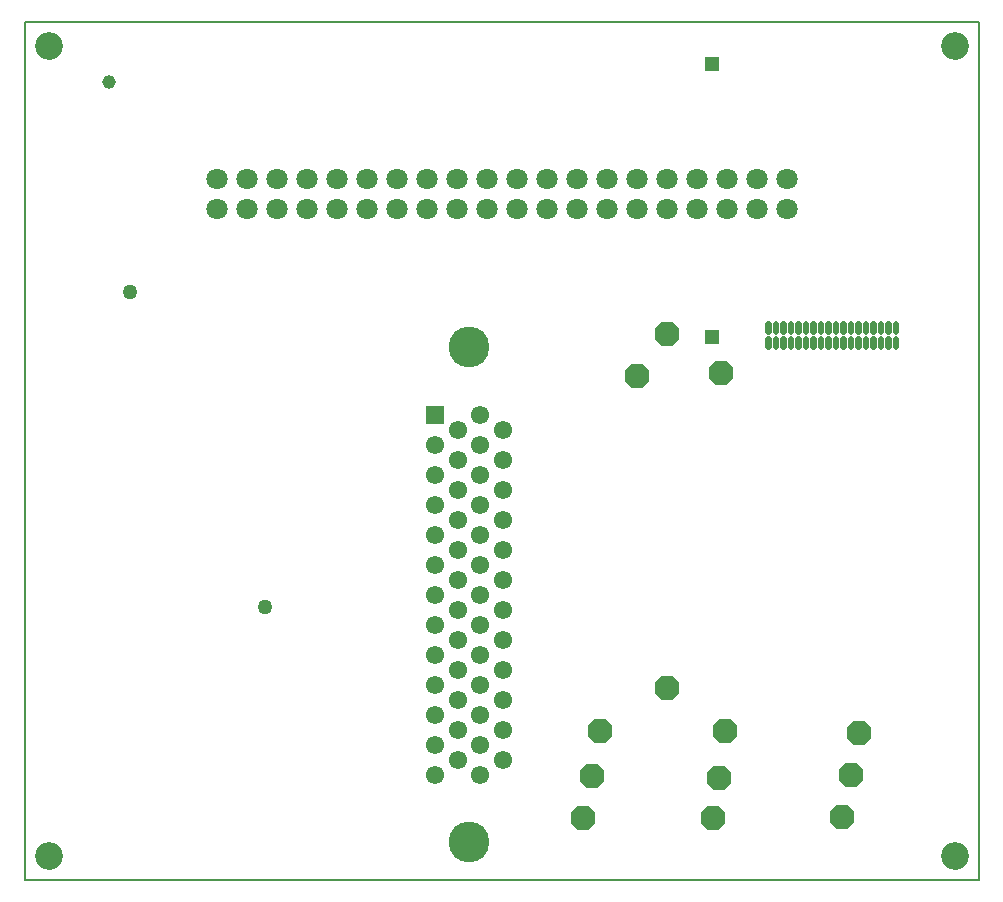
<source format=gts>
G75*
%MOIN*%
%OFA0B0*%
%FSLAX24Y24*%
%IPPOS*%
%LPD*%
%AMOC8*
5,1,8,0,0,1.08239X$1,22.5*
%
%ADD10C,0.0050*%
%ADD11C,0.0000*%
%ADD12C,0.0926*%
%ADD13C,0.0189*%
%ADD14OC8,0.0820*%
%ADD15C,0.0710*%
%ADD16R,0.0611X0.0611*%
%ADD17C,0.0611*%
%ADD18C,0.1359*%
%ADD19C,0.0456*%
%ADD20C,0.0496*%
%ADD21R,0.0456X0.0456*%
D10*
X000350Y000350D02*
X000350Y028950D01*
X032150Y028950D01*
X032150Y000350D01*
X000350Y000350D01*
D11*
X000717Y001150D02*
X000719Y001191D01*
X000725Y001232D01*
X000735Y001272D01*
X000748Y001311D01*
X000765Y001348D01*
X000786Y001384D01*
X000810Y001418D01*
X000837Y001449D01*
X000866Y001477D01*
X000899Y001503D01*
X000933Y001525D01*
X000970Y001544D01*
X001008Y001559D01*
X001048Y001571D01*
X001088Y001579D01*
X001129Y001583D01*
X001171Y001583D01*
X001212Y001579D01*
X001252Y001571D01*
X001292Y001559D01*
X001330Y001544D01*
X001366Y001525D01*
X001401Y001503D01*
X001434Y001477D01*
X001463Y001449D01*
X001490Y001418D01*
X001514Y001384D01*
X001535Y001348D01*
X001552Y001311D01*
X001565Y001272D01*
X001575Y001232D01*
X001581Y001191D01*
X001583Y001150D01*
X001581Y001109D01*
X001575Y001068D01*
X001565Y001028D01*
X001552Y000989D01*
X001535Y000952D01*
X001514Y000916D01*
X001490Y000882D01*
X001463Y000851D01*
X001434Y000823D01*
X001401Y000797D01*
X001367Y000775D01*
X001330Y000756D01*
X001292Y000741D01*
X001252Y000729D01*
X001212Y000721D01*
X001171Y000717D01*
X001129Y000717D01*
X001088Y000721D01*
X001048Y000729D01*
X001008Y000741D01*
X000970Y000756D01*
X000934Y000775D01*
X000899Y000797D01*
X000866Y000823D01*
X000837Y000851D01*
X000810Y000882D01*
X000786Y000916D01*
X000765Y000952D01*
X000748Y000989D01*
X000735Y001028D01*
X000725Y001068D01*
X000719Y001109D01*
X000717Y001150D01*
X000717Y028150D02*
X000719Y028191D01*
X000725Y028232D01*
X000735Y028272D01*
X000748Y028311D01*
X000765Y028348D01*
X000786Y028384D01*
X000810Y028418D01*
X000837Y028449D01*
X000866Y028477D01*
X000899Y028503D01*
X000933Y028525D01*
X000970Y028544D01*
X001008Y028559D01*
X001048Y028571D01*
X001088Y028579D01*
X001129Y028583D01*
X001171Y028583D01*
X001212Y028579D01*
X001252Y028571D01*
X001292Y028559D01*
X001330Y028544D01*
X001366Y028525D01*
X001401Y028503D01*
X001434Y028477D01*
X001463Y028449D01*
X001490Y028418D01*
X001514Y028384D01*
X001535Y028348D01*
X001552Y028311D01*
X001565Y028272D01*
X001575Y028232D01*
X001581Y028191D01*
X001583Y028150D01*
X001581Y028109D01*
X001575Y028068D01*
X001565Y028028D01*
X001552Y027989D01*
X001535Y027952D01*
X001514Y027916D01*
X001490Y027882D01*
X001463Y027851D01*
X001434Y027823D01*
X001401Y027797D01*
X001367Y027775D01*
X001330Y027756D01*
X001292Y027741D01*
X001252Y027729D01*
X001212Y027721D01*
X001171Y027717D01*
X001129Y027717D01*
X001088Y027721D01*
X001048Y027729D01*
X001008Y027741D01*
X000970Y027756D01*
X000934Y027775D01*
X000899Y027797D01*
X000866Y027823D01*
X000837Y027851D01*
X000810Y027882D01*
X000786Y027916D01*
X000765Y027952D01*
X000748Y027989D01*
X000735Y028028D01*
X000725Y028068D01*
X000719Y028109D01*
X000717Y028150D01*
X030917Y028150D02*
X030919Y028191D01*
X030925Y028232D01*
X030935Y028272D01*
X030948Y028311D01*
X030965Y028348D01*
X030986Y028384D01*
X031010Y028418D01*
X031037Y028449D01*
X031066Y028477D01*
X031099Y028503D01*
X031133Y028525D01*
X031170Y028544D01*
X031208Y028559D01*
X031248Y028571D01*
X031288Y028579D01*
X031329Y028583D01*
X031371Y028583D01*
X031412Y028579D01*
X031452Y028571D01*
X031492Y028559D01*
X031530Y028544D01*
X031566Y028525D01*
X031601Y028503D01*
X031634Y028477D01*
X031663Y028449D01*
X031690Y028418D01*
X031714Y028384D01*
X031735Y028348D01*
X031752Y028311D01*
X031765Y028272D01*
X031775Y028232D01*
X031781Y028191D01*
X031783Y028150D01*
X031781Y028109D01*
X031775Y028068D01*
X031765Y028028D01*
X031752Y027989D01*
X031735Y027952D01*
X031714Y027916D01*
X031690Y027882D01*
X031663Y027851D01*
X031634Y027823D01*
X031601Y027797D01*
X031567Y027775D01*
X031530Y027756D01*
X031492Y027741D01*
X031452Y027729D01*
X031412Y027721D01*
X031371Y027717D01*
X031329Y027717D01*
X031288Y027721D01*
X031248Y027729D01*
X031208Y027741D01*
X031170Y027756D01*
X031134Y027775D01*
X031099Y027797D01*
X031066Y027823D01*
X031037Y027851D01*
X031010Y027882D01*
X030986Y027916D01*
X030965Y027952D01*
X030948Y027989D01*
X030935Y028028D01*
X030925Y028068D01*
X030919Y028109D01*
X030917Y028150D01*
X030917Y001150D02*
X030919Y001191D01*
X030925Y001232D01*
X030935Y001272D01*
X030948Y001311D01*
X030965Y001348D01*
X030986Y001384D01*
X031010Y001418D01*
X031037Y001449D01*
X031066Y001477D01*
X031099Y001503D01*
X031133Y001525D01*
X031170Y001544D01*
X031208Y001559D01*
X031248Y001571D01*
X031288Y001579D01*
X031329Y001583D01*
X031371Y001583D01*
X031412Y001579D01*
X031452Y001571D01*
X031492Y001559D01*
X031530Y001544D01*
X031566Y001525D01*
X031601Y001503D01*
X031634Y001477D01*
X031663Y001449D01*
X031690Y001418D01*
X031714Y001384D01*
X031735Y001348D01*
X031752Y001311D01*
X031765Y001272D01*
X031775Y001232D01*
X031781Y001191D01*
X031783Y001150D01*
X031781Y001109D01*
X031775Y001068D01*
X031765Y001028D01*
X031752Y000989D01*
X031735Y000952D01*
X031714Y000916D01*
X031690Y000882D01*
X031663Y000851D01*
X031634Y000823D01*
X031601Y000797D01*
X031567Y000775D01*
X031530Y000756D01*
X031492Y000741D01*
X031452Y000729D01*
X031412Y000721D01*
X031371Y000717D01*
X031329Y000717D01*
X031288Y000721D01*
X031248Y000729D01*
X031208Y000741D01*
X031170Y000756D01*
X031134Y000775D01*
X031099Y000797D01*
X031066Y000823D01*
X031037Y000851D01*
X031010Y000882D01*
X030986Y000916D01*
X030965Y000952D01*
X030948Y000989D01*
X030935Y001028D01*
X030925Y001068D01*
X030919Y001109D01*
X030917Y001150D01*
D12*
X031350Y001150D03*
X031350Y028150D03*
X001150Y028150D03*
X001150Y001150D03*
D13*
X025139Y018114D02*
X025161Y018114D01*
X025139Y018114D02*
X025139Y018386D01*
X025161Y018386D01*
X025161Y018114D01*
X025161Y018302D02*
X025139Y018302D01*
X025389Y018114D02*
X025411Y018114D01*
X025389Y018114D02*
X025389Y018386D01*
X025411Y018386D01*
X025411Y018114D01*
X025411Y018302D02*
X025389Y018302D01*
X025639Y018114D02*
X025661Y018114D01*
X025639Y018114D02*
X025639Y018386D01*
X025661Y018386D01*
X025661Y018114D01*
X025661Y018302D02*
X025639Y018302D01*
X025889Y018114D02*
X025911Y018114D01*
X025889Y018114D02*
X025889Y018386D01*
X025911Y018386D01*
X025911Y018114D01*
X025911Y018302D02*
X025889Y018302D01*
X026139Y018114D02*
X026161Y018114D01*
X026139Y018114D02*
X026139Y018386D01*
X026161Y018386D01*
X026161Y018114D01*
X026161Y018302D02*
X026139Y018302D01*
X026389Y018114D02*
X026411Y018114D01*
X026389Y018114D02*
X026389Y018386D01*
X026411Y018386D01*
X026411Y018114D01*
X026411Y018302D02*
X026389Y018302D01*
X026639Y018114D02*
X026661Y018114D01*
X026639Y018114D02*
X026639Y018386D01*
X026661Y018386D01*
X026661Y018114D01*
X026661Y018302D02*
X026639Y018302D01*
X026889Y018114D02*
X026911Y018114D01*
X026889Y018114D02*
X026889Y018386D01*
X026911Y018386D01*
X026911Y018114D01*
X026911Y018302D02*
X026889Y018302D01*
X027139Y018114D02*
X027161Y018114D01*
X027139Y018114D02*
X027139Y018386D01*
X027161Y018386D01*
X027161Y018114D01*
X027161Y018302D02*
X027139Y018302D01*
X027389Y018114D02*
X027411Y018114D01*
X027389Y018114D02*
X027389Y018386D01*
X027411Y018386D01*
X027411Y018114D01*
X027411Y018302D02*
X027389Y018302D01*
X027639Y018114D02*
X027661Y018114D01*
X027639Y018114D02*
X027639Y018386D01*
X027661Y018386D01*
X027661Y018114D01*
X027661Y018302D02*
X027639Y018302D01*
X027889Y018114D02*
X027911Y018114D01*
X027889Y018114D02*
X027889Y018386D01*
X027911Y018386D01*
X027911Y018114D01*
X027911Y018302D02*
X027889Y018302D01*
X028139Y018114D02*
X028161Y018114D01*
X028139Y018114D02*
X028139Y018386D01*
X028161Y018386D01*
X028161Y018114D01*
X028161Y018302D02*
X028139Y018302D01*
X028389Y018114D02*
X028411Y018114D01*
X028389Y018114D02*
X028389Y018386D01*
X028411Y018386D01*
X028411Y018114D01*
X028411Y018302D02*
X028389Y018302D01*
X028639Y018114D02*
X028661Y018114D01*
X028639Y018114D02*
X028639Y018386D01*
X028661Y018386D01*
X028661Y018114D01*
X028661Y018302D02*
X028639Y018302D01*
X028889Y018114D02*
X028911Y018114D01*
X028889Y018114D02*
X028889Y018386D01*
X028911Y018386D01*
X028911Y018114D01*
X028911Y018302D02*
X028889Y018302D01*
X029139Y018114D02*
X029161Y018114D01*
X029139Y018114D02*
X029139Y018386D01*
X029161Y018386D01*
X029161Y018114D01*
X029161Y018302D02*
X029139Y018302D01*
X029389Y018114D02*
X029411Y018114D01*
X029389Y018114D02*
X029389Y018386D01*
X029411Y018386D01*
X029411Y018114D01*
X029411Y018302D02*
X029389Y018302D01*
X029411Y018614D02*
X029389Y018614D01*
X029389Y018886D01*
X029411Y018886D01*
X029411Y018614D01*
X029411Y018802D02*
X029389Y018802D01*
X029161Y018614D02*
X029139Y018614D01*
X029139Y018886D01*
X029161Y018886D01*
X029161Y018614D01*
X029161Y018802D02*
X029139Y018802D01*
X028911Y018614D02*
X028889Y018614D01*
X028889Y018886D01*
X028911Y018886D01*
X028911Y018614D01*
X028911Y018802D02*
X028889Y018802D01*
X028661Y018614D02*
X028639Y018614D01*
X028639Y018886D01*
X028661Y018886D01*
X028661Y018614D01*
X028661Y018802D02*
X028639Y018802D01*
X028411Y018614D02*
X028389Y018614D01*
X028389Y018886D01*
X028411Y018886D01*
X028411Y018614D01*
X028411Y018802D02*
X028389Y018802D01*
X028161Y018614D02*
X028139Y018614D01*
X028139Y018886D01*
X028161Y018886D01*
X028161Y018614D01*
X028161Y018802D02*
X028139Y018802D01*
X027911Y018614D02*
X027889Y018614D01*
X027889Y018886D01*
X027911Y018886D01*
X027911Y018614D01*
X027911Y018802D02*
X027889Y018802D01*
X027661Y018614D02*
X027639Y018614D01*
X027639Y018886D01*
X027661Y018886D01*
X027661Y018614D01*
X027661Y018802D02*
X027639Y018802D01*
X027411Y018614D02*
X027389Y018614D01*
X027389Y018886D01*
X027411Y018886D01*
X027411Y018614D01*
X027411Y018802D02*
X027389Y018802D01*
X027161Y018614D02*
X027139Y018614D01*
X027139Y018886D01*
X027161Y018886D01*
X027161Y018614D01*
X027161Y018802D02*
X027139Y018802D01*
X026911Y018614D02*
X026889Y018614D01*
X026889Y018886D01*
X026911Y018886D01*
X026911Y018614D01*
X026911Y018802D02*
X026889Y018802D01*
X026661Y018614D02*
X026639Y018614D01*
X026639Y018886D01*
X026661Y018886D01*
X026661Y018614D01*
X026661Y018802D02*
X026639Y018802D01*
X026411Y018614D02*
X026389Y018614D01*
X026389Y018886D01*
X026411Y018886D01*
X026411Y018614D01*
X026411Y018802D02*
X026389Y018802D01*
X026161Y018614D02*
X026139Y018614D01*
X026139Y018886D01*
X026161Y018886D01*
X026161Y018614D01*
X026161Y018802D02*
X026139Y018802D01*
X025911Y018614D02*
X025889Y018614D01*
X025889Y018886D01*
X025911Y018886D01*
X025911Y018614D01*
X025911Y018802D02*
X025889Y018802D01*
X025661Y018614D02*
X025639Y018614D01*
X025639Y018886D01*
X025661Y018886D01*
X025661Y018614D01*
X025661Y018802D02*
X025639Y018802D01*
X025411Y018614D02*
X025389Y018614D01*
X025389Y018886D01*
X025411Y018886D01*
X025411Y018614D01*
X025411Y018802D02*
X025389Y018802D01*
X025161Y018614D02*
X025139Y018614D01*
X025139Y018886D01*
X025161Y018886D01*
X025161Y018614D01*
X025161Y018802D02*
X025139Y018802D01*
D14*
X023550Y017250D03*
X021750Y018550D03*
X020750Y017150D03*
X021750Y006750D03*
X023700Y005300D03*
X023500Y003750D03*
X023300Y002400D03*
X019516Y005300D03*
X019250Y003800D03*
X018950Y002400D03*
X027600Y002450D03*
X027900Y003850D03*
X028150Y005250D03*
D15*
X025750Y022700D03*
X025750Y023700D03*
X024750Y023700D03*
X024750Y022700D03*
X023750Y022700D03*
X023750Y023700D03*
X022750Y023700D03*
X022750Y022700D03*
X021750Y022700D03*
X021750Y023700D03*
X020750Y023700D03*
X020750Y022700D03*
X019750Y022700D03*
X019750Y023700D03*
X018750Y023700D03*
X018750Y022700D03*
X017750Y022700D03*
X017750Y023700D03*
X016750Y023700D03*
X016750Y022700D03*
X015750Y022700D03*
X015750Y023700D03*
X014750Y023700D03*
X014750Y022700D03*
X013750Y022700D03*
X013750Y023700D03*
X012750Y023700D03*
X012750Y022700D03*
X011750Y022700D03*
X011750Y023700D03*
X010750Y023700D03*
X010750Y022700D03*
X009750Y022700D03*
X009750Y023700D03*
X008750Y023700D03*
X008750Y022700D03*
X007750Y022700D03*
X007750Y023700D03*
X006750Y023700D03*
X006750Y022700D03*
D16*
X014025Y015850D03*
D17*
X014779Y015350D03*
X015527Y015850D03*
X016281Y015350D03*
X015531Y014850D03*
X014781Y014350D03*
X015531Y013850D03*
X014781Y013350D03*
X015531Y012850D03*
X014781Y012350D03*
X015531Y011850D03*
X014781Y011350D03*
X015531Y010850D03*
X014781Y010350D03*
X015531Y009850D03*
X014781Y009350D03*
X015531Y008850D03*
X014781Y008350D03*
X015531Y007850D03*
X014781Y007350D03*
X015531Y006850D03*
X014781Y006350D03*
X015531Y005850D03*
X014781Y005350D03*
X015531Y004850D03*
X014781Y004350D03*
X015531Y003850D03*
X016281Y004350D03*
X016281Y005350D03*
X016281Y006350D03*
X016281Y007350D03*
X016281Y008350D03*
X016281Y009350D03*
X016281Y010350D03*
X016281Y011350D03*
X016281Y012350D03*
X016281Y013350D03*
X016281Y014350D03*
X014031Y013850D03*
X014031Y014850D03*
X014031Y012850D03*
X014031Y011850D03*
X014031Y010850D03*
X014031Y009850D03*
X014031Y008850D03*
X014031Y007850D03*
X014031Y006850D03*
X014031Y005850D03*
X014031Y004850D03*
X014031Y003850D03*
D18*
X015150Y001600D03*
X015150Y018100D03*
D19*
X003150Y026950D03*
D20*
X003850Y019950D03*
X008350Y009450D03*
D21*
X023250Y018450D03*
X023250Y027550D03*
X023250Y027550D03*
M02*

</source>
